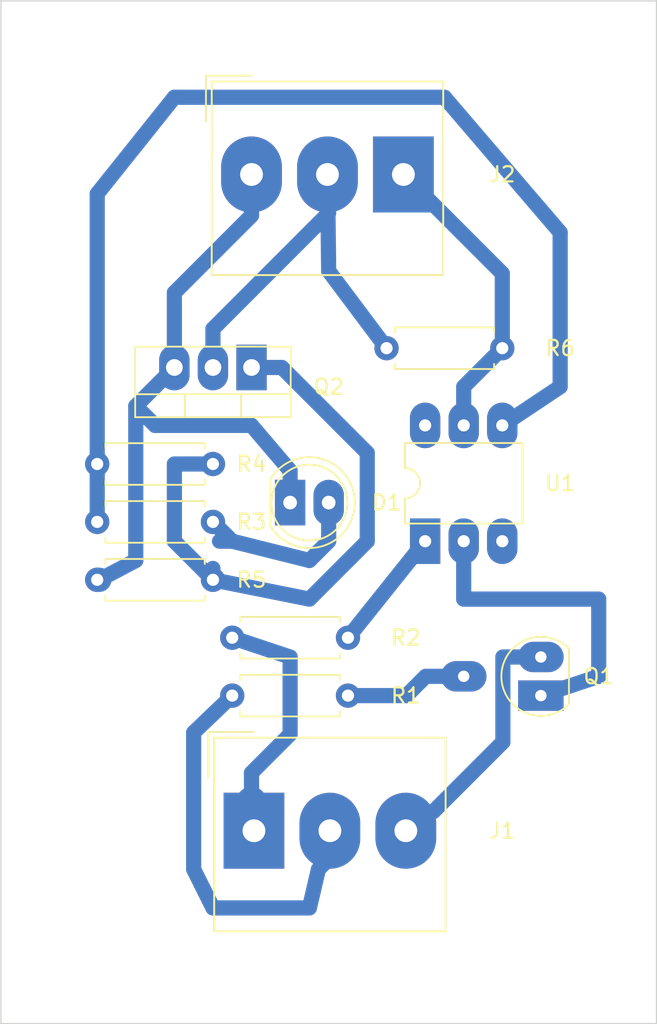
<source format=kicad_pcb>
(kicad_pcb (version 20171130) (host pcbnew "(5.1.4)-1")

  (general
    (thickness 1.6)
    (drawings 4)
    (tracks 72)
    (zones 0)
    (modules 12)
    (nets 15)
  )

  (page A4)
  (title_block
    (title "PCB - mainet-mega-5V-to-mp-10V")
    (date 2021-03-09)
    (rev v0.1)
  )

  (layers
    (0 F.Cu signal hide)
    (31 B.Cu signal hide)
    (32 B.Adhes user hide)
    (33 F.Adhes user hide)
    (34 B.Paste user hide)
    (35 F.Paste user hide)
    (36 B.SilkS user hide)
    (37 F.SilkS user)
    (38 B.Mask user hide)
    (39 F.Mask user hide)
    (40 Dwgs.User user hide)
    (41 Cmts.User user hide)
    (42 Eco1.User user hide)
    (43 Eco2.User user hide)
    (44 Edge.Cuts user)
    (45 Margin user hide)
    (46 B.CrtYd user hide)
    (47 F.CrtYd user hide)
    (48 B.Fab user hide)
    (49 F.Fab user hide)
  )

  (setup
    (last_trace_width 1)
    (trace_clearance 0.2)
    (zone_clearance 0.508)
    (zone_45_only no)
    (trace_min 1)
    (via_size 0.8)
    (via_drill 0.4)
    (via_min_size 0.4)
    (via_min_drill 0.3)
    (uvia_size 0.3)
    (uvia_drill 0.1)
    (uvias_allowed no)
    (uvia_min_size 0.2)
    (uvia_min_drill 0.1)
    (edge_width 0.1)
    (segment_width 0.2)
    (pcb_text_width 0.3)
    (pcb_text_size 1.5 1.5)
    (mod_edge_width 0.15)
    (mod_text_size 1 1)
    (mod_text_width 0.15)
    (pad_size 2 3)
    (pad_drill 0.9)
    (pad_to_mask_clearance 0)
    (aux_axis_origin 0 0)
    (visible_elements 7FFFFFFF)
    (pcbplotparams
      (layerselection 0x010fc_ffffffff)
      (usegerberextensions false)
      (usegerberattributes true)
      (usegerberadvancedattributes true)
      (creategerberjobfile true)
      (excludeedgelayer true)
      (linewidth 0.100000)
      (plotframeref false)
      (viasonmask false)
      (mode 1)
      (useauxorigin false)
      (hpglpennumber 1)
      (hpglpenspeed 20)
      (hpglpendiameter 15.000000)
      (psnegative false)
      (psa4output false)
      (plotreference true)
      (plotvalue true)
      (plotinvisibletext false)
      (padsonsilk false)
      (subtractmaskfromsilk false)
      (outputformat 1)
      (mirror false)
      (drillshape 1)
      (scaleselection 1)
      (outputdirectory ""))
  )

  (net 0 "")
  (net 1 /0V)
  (net 2 "Net-(D1-Pad2)")
  (net 3 /GNDD)
  (net 4 "Net-(J1-Pad2)")
  (net 5 /+5V)
  (net 6 "Net-(J2-Pad2)")
  (net 7 /+10V)
  (net 8 "Net-(Q1-Pad2)")
  (net 9 "Net-(Q1-Pad1)")
  (net 10 "Net-(Q2-Pad1)")
  (net 11 "Net-(R2-Pad1)")
  (net 12 "Net-(R3-Pad2)")
  (net 13 "Net-(U1-Pad3)")
  (net 14 "Net-(U1-Pad6)")

  (net_class Default "This is the default net class."
    (clearance 0.2)
    (trace_width 1)
    (via_dia 0.8)
    (via_drill 0.4)
    (uvia_dia 0.3)
    (uvia_drill 0.1)
    (diff_pair_width 1)
    (diff_pair_gap 0.25)
    (add_net /+10V)
    (add_net /+5V)
    (add_net /0V)
    (add_net /GNDD)
    (add_net "Net-(D1-Pad2)")
    (add_net "Net-(J1-Pad2)")
    (add_net "Net-(J2-Pad2)")
    (add_net "Net-(Q1-Pad1)")
    (add_net "Net-(Q1-Pad2)")
    (add_net "Net-(Q2-Pad1)")
    (add_net "Net-(R2-Pad1)")
    (add_net "Net-(R3-Pad2)")
    (add_net "Net-(U1-Pad3)")
    (add_net "Net-(U1-Pad6)")
  )

  (module Resistor_THT:R_Axial_DIN0207_L6.3mm_D2.5mm_P7.62mm_Horizontal (layer F.Cu) (tedit 5AE5139B) (tstamp 5FCDC7D2)
    (at 120.65 130.81 180)
    (descr "Resistor, Axial_DIN0207 series, Axial, Horizontal, pin pitch=7.62mm, 0.25W = 1/4W, length*diameter=6.3*2.5mm^2, http://cdn-reichelt.de/documents/datenblatt/B400/1_4W%23YAG.pdf")
    (tags "Resistor Axial_DIN0207 series Axial Horizontal pin pitch 7.62mm 0.25W = 1/4W length 6.3mm diameter 2.5mm")
    (path /5F8A74FB)
    (fp_text reference R1 (at -3.81 0) (layer F.SilkS)
      (effects (font (size 1 1) (thickness 0.15)))
    )
    (fp_text value 4,3K (at 11.43 0) (layer F.Fab)
      (effects (font (size 1 1) (thickness 0.15)))
    )
    (fp_text user %R (at 11.43 1.27) (layer F.Fab)
      (effects (font (size 1 1) (thickness 0.15)))
    )
    (fp_line (start 8.67 -1.5) (end -1.05 -1.5) (layer F.CrtYd) (width 0.05))
    (fp_line (start 8.67 1.5) (end 8.67 -1.5) (layer F.CrtYd) (width 0.05))
    (fp_line (start -1.05 1.5) (end 8.67 1.5) (layer F.CrtYd) (width 0.05))
    (fp_line (start -1.05 -1.5) (end -1.05 1.5) (layer F.CrtYd) (width 0.05))
    (fp_line (start 7.08 1.37) (end 7.08 1.04) (layer F.SilkS) (width 0.12))
    (fp_line (start 0.54 1.37) (end 7.08 1.37) (layer F.SilkS) (width 0.12))
    (fp_line (start 0.54 1.04) (end 0.54 1.37) (layer F.SilkS) (width 0.12))
    (fp_line (start 7.08 -1.37) (end 7.08 -1.04) (layer F.SilkS) (width 0.12))
    (fp_line (start 0.54 -1.37) (end 7.08 -1.37) (layer F.SilkS) (width 0.12))
    (fp_line (start 0.54 -1.04) (end 0.54 -1.37) (layer F.SilkS) (width 0.12))
    (fp_line (start 7.62 0) (end 6.96 0) (layer F.Fab) (width 0.1))
    (fp_line (start 0 0) (end 0.66 0) (layer F.Fab) (width 0.1))
    (fp_line (start 6.96 -1.25) (end 0.66 -1.25) (layer F.Fab) (width 0.1))
    (fp_line (start 6.96 1.25) (end 6.96 -1.25) (layer F.Fab) (width 0.1))
    (fp_line (start 0.66 1.25) (end 6.96 1.25) (layer F.Fab) (width 0.1))
    (fp_line (start 0.66 -1.25) (end 0.66 1.25) (layer F.Fab) (width 0.1))
    (pad 2 thru_hole oval (at 7.62 0 180) (size 1.6 1.6) (drill 0.8) (layers *.Cu *.Mask)
      (net 4 "Net-(J1-Pad2)"))
    (pad 1 thru_hole circle (at 0 0 180) (size 1.6 1.6) (drill 0.8) (layers *.Cu *.Mask)
      (net 8 "Net-(Q1-Pad2)"))
    (model ${KISYS3DMOD}/Resistor_THT.3dshapes/R_Axial_DIN0207_L6.3mm_D2.5mm_P7.62mm_Horizontal.wrl
      (at (xyz 0 0 0))
      (scale (xyz 1 1 1))
      (rotate (xyz 0 0 0))
    )
  )

  (module Resistor_THT:R_Axial_DIN0207_L6.3mm_D2.5mm_P7.62mm_Horizontal (layer F.Cu) (tedit 5AE5139B) (tstamp 5FCDC7E9)
    (at 120.65 127 180)
    (descr "Resistor, Axial_DIN0207 series, Axial, Horizontal, pin pitch=7.62mm, 0.25W = 1/4W, length*diameter=6.3*2.5mm^2, http://cdn-reichelt.de/documents/datenblatt/B400/1_4W%23YAG.pdf")
    (tags "Resistor Axial_DIN0207 series Axial Horizontal pin pitch 7.62mm 0.25W = 1/4W length 6.3mm diameter 2.5mm")
    (path /5F8A74C1)
    (fp_text reference R2 (at -3.81 0) (layer F.SilkS)
      (effects (font (size 1 1) (thickness 0.15)))
    )
    (fp_text value 330 (at 11.43 0) (layer F.Fab)
      (effects (font (size 1 1) (thickness 0.15)))
    )
    (fp_text user %R (at 11.43 1.27) (layer F.Fab)
      (effects (font (size 1 1) (thickness 0.15)))
    )
    (fp_line (start 8.67 -1.5) (end -1.05 -1.5) (layer F.CrtYd) (width 0.05))
    (fp_line (start 8.67 1.5) (end 8.67 -1.5) (layer F.CrtYd) (width 0.05))
    (fp_line (start -1.05 1.5) (end 8.67 1.5) (layer F.CrtYd) (width 0.05))
    (fp_line (start -1.05 -1.5) (end -1.05 1.5) (layer F.CrtYd) (width 0.05))
    (fp_line (start 7.08 1.37) (end 7.08 1.04) (layer F.SilkS) (width 0.12))
    (fp_line (start 0.54 1.37) (end 7.08 1.37) (layer F.SilkS) (width 0.12))
    (fp_line (start 0.54 1.04) (end 0.54 1.37) (layer F.SilkS) (width 0.12))
    (fp_line (start 7.08 -1.37) (end 7.08 -1.04) (layer F.SilkS) (width 0.12))
    (fp_line (start 0.54 -1.37) (end 7.08 -1.37) (layer F.SilkS) (width 0.12))
    (fp_line (start 0.54 -1.04) (end 0.54 -1.37) (layer F.SilkS) (width 0.12))
    (fp_line (start 7.62 0) (end 6.96 0) (layer F.Fab) (width 0.1))
    (fp_line (start 0 0) (end 0.66 0) (layer F.Fab) (width 0.1))
    (fp_line (start 6.96 -1.25) (end 0.66 -1.25) (layer F.Fab) (width 0.1))
    (fp_line (start 6.96 1.25) (end 6.96 -1.25) (layer F.Fab) (width 0.1))
    (fp_line (start 0.66 1.25) (end 6.96 1.25) (layer F.Fab) (width 0.1))
    (fp_line (start 0.66 -1.25) (end 0.66 1.25) (layer F.Fab) (width 0.1))
    (pad 2 thru_hole oval (at 7.62 0 180) (size 1.6 1.6) (drill 0.8) (layers *.Cu *.Mask)
      (net 5 /+5V))
    (pad 1 thru_hole circle (at 0 0 180) (size 1.6 1.6) (drill 0.8) (layers *.Cu *.Mask)
      (net 11 "Net-(R2-Pad1)"))
    (model ${KISYS3DMOD}/Resistor_THT.3dshapes/R_Axial_DIN0207_L6.3mm_D2.5mm_P7.62mm_Horizontal.wrl
      (at (xyz 0 0 0))
      (scale (xyz 1 1 1))
      (rotate (xyz 0 0 0))
    )
  )

  (module Resistor_THT:R_Axial_DIN0207_L6.3mm_D2.5mm_P7.62mm_Horizontal (layer F.Cu) (tedit 5AE5139B) (tstamp 5FCDC800)
    (at 111.76 119.38 180)
    (descr "Resistor, Axial_DIN0207 series, Axial, Horizontal, pin pitch=7.62mm, 0.25W = 1/4W, length*diameter=6.3*2.5mm^2, http://cdn-reichelt.de/documents/datenblatt/B400/1_4W%23YAG.pdf")
    (tags "Resistor Axial_DIN0207 series Axial Horizontal pin pitch 7.62mm 0.25W = 1/4W length 6.3mm diameter 2.5mm")
    (path /5F8A74D3)
    (fp_text reference R3 (at -2.54 0) (layer F.SilkS)
      (effects (font (size 1 1) (thickness 0.15)))
    )
    (fp_text value 2K (at 11.43 0) (layer F.Fab)
      (effects (font (size 1 1) (thickness 0.15)))
    )
    (fp_text user %R (at 11.43 1.27) (layer F.Fab)
      (effects (font (size 1 1) (thickness 0.15)))
    )
    (fp_line (start 8.67 -1.5) (end -1.05 -1.5) (layer F.CrtYd) (width 0.05))
    (fp_line (start 8.67 1.5) (end 8.67 -1.5) (layer F.CrtYd) (width 0.05))
    (fp_line (start -1.05 1.5) (end 8.67 1.5) (layer F.CrtYd) (width 0.05))
    (fp_line (start -1.05 -1.5) (end -1.05 1.5) (layer F.CrtYd) (width 0.05))
    (fp_line (start 7.08 1.37) (end 7.08 1.04) (layer F.SilkS) (width 0.12))
    (fp_line (start 0.54 1.37) (end 7.08 1.37) (layer F.SilkS) (width 0.12))
    (fp_line (start 0.54 1.04) (end 0.54 1.37) (layer F.SilkS) (width 0.12))
    (fp_line (start 7.08 -1.37) (end 7.08 -1.04) (layer F.SilkS) (width 0.12))
    (fp_line (start 0.54 -1.37) (end 7.08 -1.37) (layer F.SilkS) (width 0.12))
    (fp_line (start 0.54 -1.04) (end 0.54 -1.37) (layer F.SilkS) (width 0.12))
    (fp_line (start 7.62 0) (end 6.96 0) (layer F.Fab) (width 0.1))
    (fp_line (start 0 0) (end 0.66 0) (layer F.Fab) (width 0.1))
    (fp_line (start 6.96 -1.25) (end 0.66 -1.25) (layer F.Fab) (width 0.1))
    (fp_line (start 6.96 1.25) (end 6.96 -1.25) (layer F.Fab) (width 0.1))
    (fp_line (start 0.66 1.25) (end 6.96 1.25) (layer F.Fab) (width 0.1))
    (fp_line (start 0.66 -1.25) (end 0.66 1.25) (layer F.Fab) (width 0.1))
    (pad 2 thru_hole oval (at 7.62 0 180) (size 1.6 1.6) (drill 0.8) (layers *.Cu *.Mask)
      (net 12 "Net-(R3-Pad2)"))
    (pad 1 thru_hole circle (at 0 0 180) (size 1.6 1.6) (drill 0.8) (layers *.Cu *.Mask)
      (net 2 "Net-(D1-Pad2)"))
    (model ${KISYS3DMOD}/Resistor_THT.3dshapes/R_Axial_DIN0207_L6.3mm_D2.5mm_P7.62mm_Horizontal.wrl
      (at (xyz 0 0 0))
      (scale (xyz 1 1 1))
      (rotate (xyz 0 0 0))
    )
  )

  (module Resistor_THT:R_Axial_DIN0207_L6.3mm_D2.5mm_P7.62mm_Horizontal (layer F.Cu) (tedit 5AE5139B) (tstamp 5FCDC817)
    (at 104.14 115.57)
    (descr "Resistor, Axial_DIN0207 series, Axial, Horizontal, pin pitch=7.62mm, 0.25W = 1/4W, length*diameter=6.3*2.5mm^2, http://cdn-reichelt.de/documents/datenblatt/B400/1_4W%23YAG.pdf")
    (tags "Resistor Axial_DIN0207 series Axial Horizontal pin pitch 7.62mm 0.25W = 1/4W length 6.3mm diameter 2.5mm")
    (path /5F8A74A3)
    (fp_text reference R4 (at 10.16 0) (layer F.SilkS)
      (effects (font (size 1 1) (thickness 0.15)))
    )
    (fp_text value 1K (at -3.81 0) (layer F.Fab)
      (effects (font (size 1 1) (thickness 0.15)))
    )
    (fp_text user %R (at -3.81 -1.27) (layer F.Fab)
      (effects (font (size 1 1) (thickness 0.15)))
    )
    (fp_line (start 8.67 -1.5) (end -1.05 -1.5) (layer F.CrtYd) (width 0.05))
    (fp_line (start 8.67 1.5) (end 8.67 -1.5) (layer F.CrtYd) (width 0.05))
    (fp_line (start -1.05 1.5) (end 8.67 1.5) (layer F.CrtYd) (width 0.05))
    (fp_line (start -1.05 -1.5) (end -1.05 1.5) (layer F.CrtYd) (width 0.05))
    (fp_line (start 7.08 1.37) (end 7.08 1.04) (layer F.SilkS) (width 0.12))
    (fp_line (start 0.54 1.37) (end 7.08 1.37) (layer F.SilkS) (width 0.12))
    (fp_line (start 0.54 1.04) (end 0.54 1.37) (layer F.SilkS) (width 0.12))
    (fp_line (start 7.08 -1.37) (end 7.08 -1.04) (layer F.SilkS) (width 0.12))
    (fp_line (start 0.54 -1.37) (end 7.08 -1.37) (layer F.SilkS) (width 0.12))
    (fp_line (start 0.54 -1.04) (end 0.54 -1.37) (layer F.SilkS) (width 0.12))
    (fp_line (start 7.62 0) (end 6.96 0) (layer F.Fab) (width 0.1))
    (fp_line (start 0 0) (end 0.66 0) (layer F.Fab) (width 0.1))
    (fp_line (start 6.96 -1.25) (end 0.66 -1.25) (layer F.Fab) (width 0.1))
    (fp_line (start 6.96 1.25) (end 6.96 -1.25) (layer F.Fab) (width 0.1))
    (fp_line (start 0.66 1.25) (end 6.96 1.25) (layer F.Fab) (width 0.1))
    (fp_line (start 0.66 -1.25) (end 0.66 1.25) (layer F.Fab) (width 0.1))
    (pad 2 thru_hole oval (at 7.62 0) (size 1.6 1.6) (drill 0.8) (layers *.Cu *.Mask)
      (net 10 "Net-(Q2-Pad1)"))
    (pad 1 thru_hole circle (at 0 0) (size 1.6 1.6) (drill 0.8) (layers *.Cu *.Mask)
      (net 12 "Net-(R3-Pad2)"))
    (model ${KISYS3DMOD}/Resistor_THT.3dshapes/R_Axial_DIN0207_L6.3mm_D2.5mm_P7.62mm_Horizontal.wrl
      (at (xyz 0 0 0))
      (scale (xyz 1 1 1))
      (rotate (xyz 0 0 0))
    )
  )

  (module Resistor_THT:R_Axial_DIN0207_L6.3mm_D2.5mm_P7.62mm_Horizontal (layer F.Cu) (tedit 5AE5139B) (tstamp 5FCDC82E)
    (at 104.14 123.19)
    (descr "Resistor, Axial_DIN0207 series, Axial, Horizontal, pin pitch=7.62mm, 0.25W = 1/4W, length*diameter=6.3*2.5mm^2, http://cdn-reichelt.de/documents/datenblatt/B400/1_4W%23YAG.pdf")
    (tags "Resistor Axial_DIN0207 series Axial Horizontal pin pitch 7.62mm 0.25W = 1/4W length 6.3mm diameter 2.5mm")
    (path /5F8A7495)
    (fp_text reference R5 (at 10.16 0) (layer F.SilkS)
      (effects (font (size 1 1) (thickness 0.15)))
    )
    (fp_text value 1.5K (at -3.81 0) (layer F.Fab)
      (effects (font (size 1 1) (thickness 0.15)))
    )
    (fp_text user %R (at -3.81 -1.27) (layer F.Fab)
      (effects (font (size 1 1) (thickness 0.15)))
    )
    (fp_line (start 8.67 -1.5) (end -1.05 -1.5) (layer F.CrtYd) (width 0.05))
    (fp_line (start 8.67 1.5) (end 8.67 -1.5) (layer F.CrtYd) (width 0.05))
    (fp_line (start -1.05 1.5) (end 8.67 1.5) (layer F.CrtYd) (width 0.05))
    (fp_line (start -1.05 -1.5) (end -1.05 1.5) (layer F.CrtYd) (width 0.05))
    (fp_line (start 7.08 1.37) (end 7.08 1.04) (layer F.SilkS) (width 0.12))
    (fp_line (start 0.54 1.37) (end 7.08 1.37) (layer F.SilkS) (width 0.12))
    (fp_line (start 0.54 1.04) (end 0.54 1.37) (layer F.SilkS) (width 0.12))
    (fp_line (start 7.08 -1.37) (end 7.08 -1.04) (layer F.SilkS) (width 0.12))
    (fp_line (start 0.54 -1.37) (end 7.08 -1.37) (layer F.SilkS) (width 0.12))
    (fp_line (start 0.54 -1.04) (end 0.54 -1.37) (layer F.SilkS) (width 0.12))
    (fp_line (start 7.62 0) (end 6.96 0) (layer F.Fab) (width 0.1))
    (fp_line (start 0 0) (end 0.66 0) (layer F.Fab) (width 0.1))
    (fp_line (start 6.96 -1.25) (end 0.66 -1.25) (layer F.Fab) (width 0.1))
    (fp_line (start 6.96 1.25) (end 6.96 -1.25) (layer F.Fab) (width 0.1))
    (fp_line (start 0.66 1.25) (end 6.96 1.25) (layer F.Fab) (width 0.1))
    (fp_line (start 0.66 -1.25) (end 0.66 1.25) (layer F.Fab) (width 0.1))
    (pad 2 thru_hole oval (at 7.62 0) (size 1.6 1.6) (drill 0.8) (layers *.Cu *.Mask)
      (net 10 "Net-(Q2-Pad1)"))
    (pad 1 thru_hole circle (at 0 0) (size 1.6 1.6) (drill 0.8) (layers *.Cu *.Mask)
      (net 1 /0V))
    (model ${KISYS3DMOD}/Resistor_THT.3dshapes/R_Axial_DIN0207_L6.3mm_D2.5mm_P7.62mm_Horizontal.wrl
      (at (xyz 0 0 0))
      (scale (xyz 1 1 1))
      (rotate (xyz 0 0 0))
    )
  )

  (module Resistor_THT:R_Axial_DIN0207_L6.3mm_D2.5mm_P7.62mm_Horizontal (layer F.Cu) (tedit 5AE5139B) (tstamp 5FCDC845)
    (at 130.81 107.95 180)
    (descr "Resistor, Axial_DIN0207 series, Axial, Horizontal, pin pitch=7.62mm, 0.25W = 1/4W, length*diameter=6.3*2.5mm^2, http://cdn-reichelt.de/documents/datenblatt/B400/1_4W%23YAG.pdf")
    (tags "Resistor Axial_DIN0207 series Axial Horizontal pin pitch 7.62mm 0.25W = 1/4W length 6.3mm diameter 2.5mm")
    (path /5F8A7510)
    (fp_text reference R6 (at -3.81 0) (layer F.SilkS)
      (effects (font (size 1 1) (thickness 0.15)))
    )
    (fp_text value 20k (at -6.35 0) (layer F.Fab)
      (effects (font (size 1 1) (thickness 0.15)))
    )
    (fp_text user %R (at -6.35 1.27) (layer F.Fab)
      (effects (font (size 1 1) (thickness 0.15)))
    )
    (fp_line (start 8.67 -1.5) (end -1.05 -1.5) (layer F.CrtYd) (width 0.05))
    (fp_line (start 8.67 1.5) (end 8.67 -1.5) (layer F.CrtYd) (width 0.05))
    (fp_line (start -1.05 1.5) (end 8.67 1.5) (layer F.CrtYd) (width 0.05))
    (fp_line (start -1.05 -1.5) (end -1.05 1.5) (layer F.CrtYd) (width 0.05))
    (fp_line (start 7.08 1.37) (end 7.08 1.04) (layer F.SilkS) (width 0.12))
    (fp_line (start 0.54 1.37) (end 7.08 1.37) (layer F.SilkS) (width 0.12))
    (fp_line (start 0.54 1.04) (end 0.54 1.37) (layer F.SilkS) (width 0.12))
    (fp_line (start 7.08 -1.37) (end 7.08 -1.04) (layer F.SilkS) (width 0.12))
    (fp_line (start 0.54 -1.37) (end 7.08 -1.37) (layer F.SilkS) (width 0.12))
    (fp_line (start 0.54 -1.04) (end 0.54 -1.37) (layer F.SilkS) (width 0.12))
    (fp_line (start 7.62 0) (end 6.96 0) (layer F.Fab) (width 0.1))
    (fp_line (start 0 0) (end 0.66 0) (layer F.Fab) (width 0.1))
    (fp_line (start 6.96 -1.25) (end 0.66 -1.25) (layer F.Fab) (width 0.1))
    (fp_line (start 6.96 1.25) (end 6.96 -1.25) (layer F.Fab) (width 0.1))
    (fp_line (start 0.66 1.25) (end 6.96 1.25) (layer F.Fab) (width 0.1))
    (fp_line (start 0.66 -1.25) (end 0.66 1.25) (layer F.Fab) (width 0.1))
    (pad 2 thru_hole oval (at 7.62 0 180) (size 1.6 1.6) (drill 0.8) (layers *.Cu *.Mask)
      (net 6 "Net-(J2-Pad2)"))
    (pad 1 thru_hole circle (at 0 0 180) (size 1.6 1.6) (drill 0.8) (layers *.Cu *.Mask)
      (net 7 /+10V))
    (model ${KISYS3DMOD}/Resistor_THT.3dshapes/R_Axial_DIN0207_L6.3mm_D2.5mm_P7.62mm_Horizontal.wrl
      (at (xyz 0 0 0))
      (scale (xyz 1 1 1))
      (rotate (xyz 0 0 0))
    )
  )

  (module Package_TO_SOT_THT:TO-92_Inline (layer F.Cu) (tedit 60478B01) (tstamp 601ABC33)
    (at 133.35 130.81 90)
    (descr "TO-92 leads in-line, narrow, oval pads, drill 0.75mm (see NXP sot054_po.pdf)")
    (tags "to-92 sc-43 sc-43a sot54 PA33 transistor")
    (path /5F896199)
    (fp_text reference Q1 (at 1.27 3.81) (layer F.SilkS)
      (effects (font (size 1 1) (thickness 0.15)))
    )
    (fp_text value 2N3906 (at 3.81 -3.81 180) (layer F.Fab)
      (effects (font (size 1 1) (thickness 0.15)))
    )
    (fp_line (start 4 2.01) (end -1.46 2.01) (layer F.CrtYd) (width 0.05))
    (fp_line (start 4 2.01) (end 4 -2.73) (layer F.CrtYd) (width 0.05))
    (fp_line (start -1.46 -2.73) (end -1.46 2.01) (layer F.CrtYd) (width 0.05))
    (fp_line (start -1.46 -2.73) (end 4 -2.73) (layer F.CrtYd) (width 0.05))
    (fp_line (start -0.5 1.75) (end 3 1.75) (layer F.Fab) (width 0.1))
    (fp_line (start -0.53 1.85) (end 3.07 1.85) (layer F.SilkS) (width 0.12))
    (fp_text user %R (at 6.35 -3.81 180) (layer F.Fab)
      (effects (font (size 1 1) (thickness 0.15)))
    )
    (fp_arc (start 1.27 0) (end 1.27 -2.48) (angle 135) (layer F.Fab) (width 0.1))
    (fp_arc (start 1.27 0) (end 1.27 -2.6) (angle -135) (layer F.SilkS) (width 0.12))
    (fp_arc (start 1.27 0) (end 1.27 -2.48) (angle -135) (layer F.Fab) (width 0.1))
    (fp_arc (start 1.27 0) (end 1.27 -2.6) (angle 135) (layer F.SilkS) (width 0.12))
    (pad 2 thru_hole oval (at 1.27 -5.08 90) (size 2 3) (drill 0.75) (layers *.Cu *.Mask)
      (net 8 "Net-(Q1-Pad2)"))
    (pad 3 thru_hole oval (at 2.54 0 90) (size 2 3) (drill 0.75) (layers *.Cu *.Mask)
      (net 3 /GNDD))
    (pad 1 thru_hole rect (at 0 0 90) (size 2 3) (drill 0.75) (layers *.Cu *.Mask)
      (net 9 "Net-(Q1-Pad1)"))
    (model ${KISYS3DMOD}/Package_TO_SOT_THT.3dshapes/TO-92_Inline.wrl
      (at (xyz 0 0 0))
      (scale (xyz 1 1 1))
      (rotate (xyz 0 0 0))
    )
  )

  (module LED_THT:LED_D5.0mm (layer F.Cu) (tedit 60479339) (tstamp 5FCDC759)
    (at 116.84 118.11)
    (descr "LED, diameter 5.0mm, 2 pins, http://cdn-reichelt.de/documents/datenblatt/A500/LL-504BC2E-009.pdf")
    (tags "LED diameter 5.0mm 2 pins")
    (path /5F8A74B5)
    (fp_text reference D1 (at 6.35 0) (layer F.SilkS)
      (effects (font (size 1 1) (thickness 0.15)))
    )
    (fp_text value LED (at 1.27 3.96) (layer F.Fab)
      (effects (font (size 1 1) (thickness 0.15)))
    )
    (fp_line (start 4.5 -3.25) (end -1.95 -3.25) (layer F.CrtYd) (width 0.05))
    (fp_line (start 4.5 3.25) (end 4.5 -3.25) (layer F.CrtYd) (width 0.05))
    (fp_line (start -1.95 3.25) (end 4.5 3.25) (layer F.CrtYd) (width 0.05))
    (fp_line (start -1.95 -3.25) (end -1.95 3.25) (layer F.CrtYd) (width 0.05))
    (fp_line (start -1.29 -1.545) (end -1.29 1.545) (layer F.SilkS) (width 0.12))
    (fp_line (start -1.23 -1.469694) (end -1.23 1.469694) (layer F.Fab) (width 0.1))
    (fp_circle (center 1.27 0) (end 3.77 0) (layer F.SilkS) (width 0.12))
    (fp_circle (center 1.27 0) (end 3.77 0) (layer F.Fab) (width 0.1))
    (fp_arc (start 1.27 0) (end -1.23 -1.469694) (angle 299.1) (layer F.Fab) (width 0.1))
    (fp_arc (start 1.27 0) (end -1.29 -1.54483) (angle 148.9) (layer F.SilkS) (width 0.12))
    (fp_arc (start 1.27 0) (end -1.29 1.54483) (angle -148.9) (layer F.SilkS) (width 0.12))
    (fp_text user %R (at 1.27 -3.81) (layer F.Fab)
      (effects (font (size 0.8 0.8) (thickness 0.2)))
    )
    (pad 1 thru_hole rect (at 0 0) (size 2 3) (drill 0.9) (layers *.Cu *.Mask)
      (net 1 /0V))
    (pad 2 thru_hole oval (at 2.54 0) (size 2 3) (drill 0.9) (layers *.Cu *.Mask)
      (net 2 "Net-(D1-Pad2)"))
    (model ${KISYS3DMOD}/LED_THT.3dshapes/LED_D5.0mm.wrl
      (at (xyz 0 0 0))
      (scale (xyz 1 1 1))
      (rotate (xyz 0 0 0))
    )
  )

  (module TerminalBlock_Altech:Altech_AK300_1x03_P5.00mm_45-Degree (layer F.Cu) (tedit 601AAE15) (tstamp 6047C49A)
    (at 114.46 139.7)
    (descr "Altech AK300 serie terminal block (Script generated with StandardBox.py) (http://www.altechcorp.com/PDFS/PCBMETRC.PDF)")
    (tags "Altech AK300 serie connector")
    (path /5F9A2D91)
    (fp_text reference J1 (at 16.35 0) (layer F.SilkS)
      (effects (font (size 1 1) (thickness 0.15)))
    )
    (fp_text value Screw_Terminal_01x03 (at 5 7.5) (layer F.Fab) hide
      (effects (font (size 1 1) (thickness 0.15)))
    )
    (fp_text user %R (at 15.24 0) (layer F.Fab)
      (effects (font (size 1 1) (thickness 0.15)))
    )
    (fp_line (start -2 -6) (end 12.5 -6) (layer F.Fab) (width 0.1))
    (fp_line (start 12.5 -6) (end 12.5 6.5) (layer F.Fab) (width 0.1))
    (fp_line (start 12.5 6.5) (end -2.5 6.5) (layer F.Fab) (width 0.1))
    (fp_line (start -2.5 6.5) (end -2.5 -5.5) (layer F.Fab) (width 0.1))
    (fp_line (start -2.5 -5.5) (end -2 -6) (layer F.Fab) (width 0.1))
    (fp_line (start -3 -3.5) (end -3 -6.5) (layer F.SilkS) (width 0.12))
    (fp_line (start -3 -6.5) (end 0 -6.5) (layer F.SilkS) (width 0.12))
    (fp_line (start -2.62 -6.12) (end 12.62 -6.12) (layer F.SilkS) (width 0.12))
    (fp_line (start 12.62 -6.12) (end 12.62 6.62) (layer F.SilkS) (width 0.12))
    (fp_line (start -2.62 6.62) (end 12.62 6.62) (layer F.SilkS) (width 0.12))
    (fp_line (start -2.62 -6.12) (end -2.62 6.62) (layer F.SilkS) (width 0.12))
    (fp_line (start -2.62 -6.12) (end 12.62 -6.12) (layer F.SilkS) (width 0.12))
    (fp_line (start 12.62 -6.12) (end 12.62 6.62) (layer F.SilkS) (width 0.12))
    (fp_line (start -2.62 6.62) (end 12.62 6.62) (layer F.SilkS) (width 0.12))
    (fp_line (start -2.62 -6.12) (end -2.62 6.62) (layer F.SilkS) (width 0.12))
    (fp_line (start -2.75 -6.25) (end 12.75 -6.25) (layer F.CrtYd) (width 0.05))
    (fp_line (start 12.75 -6.25) (end 12.75 6.75) (layer F.CrtYd) (width 0.05))
    (fp_line (start -2.75 6.75) (end 12.75 6.75) (layer F.CrtYd) (width 0.05))
    (fp_line (start -2.75 -6.25) (end -2.75 6.75) (layer F.CrtYd) (width 0.05))
    (pad 3 thru_hole oval (at 10 0) (size 4 5) (drill 1.5) (layers *.Cu *.Mask)
      (net 3 /GNDD))
    (pad 2 thru_hole oval (at 5 0) (size 4 5) (drill 1.5) (layers *.Cu *.Mask)
      (net 4 "Net-(J1-Pad2)"))
    (pad 1 thru_hole rect (at 0 0) (size 4 5) (drill 1.5) (layers *.Cu *.Mask)
      (net 5 /+5V))
    (model ${KISYS3DMOD}/TerminalBlock_Altech.3dshapes/Altech_AK300_1x03_P5.00mm_45-Degree.wrl
      (at (xyz 0 0 0))
      (scale (xyz 1 1 1))
      (rotate (xyz 0 0 0))
    )
  )

  (module TerminalBlock_Altech:Altech_AK300_1x03_P5.00mm_45-Degree (layer F.Cu) (tedit 60479273) (tstamp 5FCDC78F)
    (at 114.3 96.52)
    (descr "Altech AK300 serie terminal block (Script generated with StandardBox.py) (http://www.altechcorp.com/PDFS/PCBMETRC.PDF)")
    (tags "Altech AK300 serie connector")
    (path /5F8A74E2)
    (fp_text reference J2 (at 16.51 0) (layer F.SilkS)
      (effects (font (size 1 1) (thickness 0.15)))
    )
    (fp_text value Screw_Terminal_01x03 (at 5 7.5) (layer F.Fab) hide
      (effects (font (size 1 1) (thickness 0.15)))
    )
    (fp_line (start -2.75 -6.25) (end -2.75 6.75) (layer F.CrtYd) (width 0.05))
    (fp_line (start -2.75 6.75) (end 12.75 6.75) (layer F.CrtYd) (width 0.05))
    (fp_line (start 12.75 -6.25) (end 12.75 6.75) (layer F.CrtYd) (width 0.05))
    (fp_line (start -2.75 -6.25) (end 12.75 -6.25) (layer F.CrtYd) (width 0.05))
    (fp_line (start -2.62 -6.12) (end -2.62 6.62) (layer F.SilkS) (width 0.12))
    (fp_line (start -2.62 6.62) (end 12.62 6.62) (layer F.SilkS) (width 0.12))
    (fp_line (start 12.62 -6.12) (end 12.62 6.62) (layer F.SilkS) (width 0.12))
    (fp_line (start -2.62 -6.12) (end 12.62 -6.12) (layer F.SilkS) (width 0.12))
    (fp_line (start -2.62 -6.12) (end -2.62 6.62) (layer F.SilkS) (width 0.12))
    (fp_line (start -2.62 6.62) (end 12.62 6.62) (layer F.SilkS) (width 0.12))
    (fp_line (start 12.62 -6.12) (end 12.62 6.62) (layer F.SilkS) (width 0.12))
    (fp_line (start -2.62 -6.12) (end 12.62 -6.12) (layer F.SilkS) (width 0.12))
    (fp_line (start -3 -6.5) (end 0 -6.5) (layer F.SilkS) (width 0.12))
    (fp_line (start -3 -3.5) (end -3 -6.5) (layer F.SilkS) (width 0.12))
    (fp_line (start -2.5 -5.5) (end -2 -6) (layer F.Fab) (width 0.1))
    (fp_line (start -2.5 6.5) (end -2.5 -5.5) (layer F.Fab) (width 0.1))
    (fp_line (start 12.5 6.5) (end -2.5 6.5) (layer F.Fab) (width 0.1))
    (fp_line (start 12.5 -6) (end 12.5 6.5) (layer F.Fab) (width 0.1))
    (fp_line (start -2 -6) (end 12.5 -6) (layer F.Fab) (width 0.1))
    (fp_text user %R (at 13.97 0) (layer F.Fab)
      (effects (font (size 1 1) (thickness 0.15)))
    )
    (pad 1 thru_hole oval (at 0 0) (size 4 5) (drill 1.5) (layers *.Cu *.Mask)
      (net 1 /0V))
    (pad 2 thru_hole oval (at 5 0) (size 4 5) (drill 1.5) (layers *.Cu *.Mask)
      (net 6 "Net-(J2-Pad2)"))
    (pad 3 thru_hole rect (at 10 0) (size 4 5) (drill 1.5) (layers *.Cu *.Mask)
      (net 7 /+10V))
    (model ${KISYS3DMOD}/TerminalBlock_Altech.3dshapes/Altech_AK300_1x03_P5.00mm_45-Degree.wrl
      (at (xyz 0 0 0))
      (scale (xyz 1 1 1))
      (rotate (xyz 0 0 0))
    )
  )

  (module Package_TO_SOT_THT:TO-220-3_Vertical (layer F.Cu) (tedit 601AADB3) (tstamp 5FCDC7BB)
    (at 114.3 109.22 180)
    (descr "TO-220-3, Vertical, RM 2.54mm, see https://www.vishay.com/docs/66542/to-220-1.pdf")
    (tags "TO-220-3 Vertical RM 2.54mm")
    (path /5F8A7489)
    (fp_text reference Q2 (at -5.08 -1.27) (layer F.SilkS)
      (effects (font (size 1 1) (thickness 0.15)))
    )
    (fp_text value BUK9518-55 (at 2.54 2.5) (layer F.Fab)
      (effects (font (size 1 1) (thickness 0.15)))
    )
    (fp_line (start 7.79 -3.4) (end -2.71 -3.4) (layer F.CrtYd) (width 0.05))
    (fp_line (start 7.79 1.51) (end 7.79 -3.4) (layer F.CrtYd) (width 0.05))
    (fp_line (start -2.71 1.51) (end 7.79 1.51) (layer F.CrtYd) (width 0.05))
    (fp_line (start -2.71 -3.4) (end -2.71 1.51) (layer F.CrtYd) (width 0.05))
    (fp_line (start 4.391 -3.27) (end 4.391 -1.76) (layer F.SilkS) (width 0.12))
    (fp_line (start 0.69 -3.27) (end 0.69 -1.76) (layer F.SilkS) (width 0.12))
    (fp_line (start -2.58 -1.76) (end 7.66 -1.76) (layer F.SilkS) (width 0.12))
    (fp_line (start 7.66 -3.27) (end 7.66 1.371) (layer F.SilkS) (width 0.12))
    (fp_line (start -2.58 -3.27) (end -2.58 1.371) (layer F.SilkS) (width 0.12))
    (fp_line (start -2.58 1.371) (end 7.66 1.371) (layer F.SilkS) (width 0.12))
    (fp_line (start -2.58 -3.27) (end 7.66 -3.27) (layer F.SilkS) (width 0.12))
    (fp_line (start 4.39 -3.15) (end 4.39 -1.88) (layer F.Fab) (width 0.1))
    (fp_line (start 0.69 -3.15) (end 0.69 -1.88) (layer F.Fab) (width 0.1))
    (fp_line (start -2.46 -1.88) (end 7.54 -1.88) (layer F.Fab) (width 0.1))
    (fp_line (start 7.54 -3.15) (end -2.46 -3.15) (layer F.Fab) (width 0.1))
    (fp_line (start 7.54 1.25) (end 7.54 -3.15) (layer F.Fab) (width 0.1))
    (fp_line (start -2.46 1.25) (end 7.54 1.25) (layer F.Fab) (width 0.1))
    (fp_line (start -2.46 -3.15) (end -2.46 1.25) (layer F.Fab) (width 0.1))
    (fp_text user %R (at 7.62 3.81) (layer F.Fab)
      (effects (font (size 1 1) (thickness 0.15)))
    )
    (pad 1 thru_hole rect (at 0 0 180) (size 2 3) (drill 1.1) (layers *.Cu *.Mask)
      (net 10 "Net-(Q2-Pad1)"))
    (pad 2 thru_hole oval (at 2.54 0 180) (size 2 3) (drill 1.1) (layers *.Cu *.Mask)
      (net 6 "Net-(J2-Pad2)"))
    (pad 3 thru_hole oval (at 5.08 0 180) (size 2 3) (drill 1.1) (layers *.Cu *.Mask)
      (net 1 /0V))
    (model ${KISYS3DMOD}/Package_TO_SOT_THT.3dshapes/TO-220-3_Vertical.wrl
      (at (xyz 0 0 0))
      (scale (xyz 1 1 1))
      (rotate (xyz 0 0 0))
    )
  )

  (module Package_DIP:DIP-6_W7.62mm (layer F.Cu) (tedit 60198AB5) (tstamp 5FCDC85F)
    (at 125.73 120.65 90)
    (descr "6-lead though-hole mounted DIP package, row spacing 7.62 mm (300 mils)")
    (tags "THT DIP DIL PDIP 2.54mm 7.62mm 300mil")
    (path /5F8A748F)
    (fp_text reference U1 (at 3.81 8.89) (layer F.SilkS)
      (effects (font (size 1 1) (thickness 0.15)))
    )
    (fp_text value 4N38 (at 2.54 8.89 180) (layer F.Fab)
      (effects (font (size 1 1) (thickness 0.15)))
    )
    (fp_line (start 8.7 -1.55) (end -1.1 -1.55) (layer F.CrtYd) (width 0.05))
    (fp_line (start 8.7 6.6) (end 8.7 -1.55) (layer F.CrtYd) (width 0.05))
    (fp_line (start -1.1 6.6) (end 8.7 6.6) (layer F.CrtYd) (width 0.05))
    (fp_line (start -1.1 -1.55) (end -1.1 6.6) (layer F.CrtYd) (width 0.05))
    (fp_line (start 6.46 -1.33) (end 4.81 -1.33) (layer F.SilkS) (width 0.12))
    (fp_line (start 6.46 6.41) (end 6.46 -1.33) (layer F.SilkS) (width 0.12))
    (fp_line (start 1.16 6.41) (end 6.46 6.41) (layer F.SilkS) (width 0.12))
    (fp_line (start 1.16 -1.33) (end 1.16 6.41) (layer F.SilkS) (width 0.12))
    (fp_line (start 2.81 -1.33) (end 1.16 -1.33) (layer F.SilkS) (width 0.12))
    (fp_line (start 0.635 -0.27) (end 1.635 -1.27) (layer F.Fab) (width 0.1))
    (fp_line (start 0.635 6.35) (end 0.635 -0.27) (layer F.Fab) (width 0.1))
    (fp_line (start 6.985 6.35) (end 0.635 6.35) (layer F.Fab) (width 0.1))
    (fp_line (start 6.985 -1.27) (end 6.985 6.35) (layer F.Fab) (width 0.1))
    (fp_line (start 1.635 -1.27) (end 6.985 -1.27) (layer F.Fab) (width 0.1))
    (fp_arc (start 3.81 -1.33) (end 2.81 -1.33) (angle -180) (layer F.SilkS) (width 0.12))
    (fp_text user %R (at 5.08 8.89 180) (layer F.Fab)
      (effects (font (size 1 1) (thickness 0.15)))
    )
    (pad 1 thru_hole rect (at 0 0 90) (size 3 2) (drill 0.8) (layers *.Cu *.Mask)
      (net 11 "Net-(R2-Pad1)"))
    (pad 4 thru_hole oval (at 7.62 5.08 90) (size 3 2) (drill 0.8) (layers *.Cu *.Mask)
      (net 12 "Net-(R3-Pad2)"))
    (pad 2 thru_hole oval (at 0 2.54 90) (size 3 2) (drill 0.8) (layers *.Cu *.Mask)
      (net 9 "Net-(Q1-Pad1)"))
    (pad 5 thru_hole oval (at 7.62 2.54 90) (size 3 2) (drill 0.8) (layers *.Cu *.Mask)
      (net 7 /+10V))
    (pad 3 thru_hole oval (at 0 5.08 90) (size 3 2) (drill 0.8) (layers *.Cu *.Mask)
      (net 13 "Net-(U1-Pad3)"))
    (pad 6 thru_hole oval (at 7.62 0 90) (size 3 2) (drill 0.8) (layers *.Cu *.Mask)
      (net 14 "Net-(U1-Pad6)"))
    (model ${KISYS3DMOD}/Package_DIP.3dshapes/DIP-6_W7.62mm.wrl
      (at (xyz 0 0 0))
      (scale (xyz 1 1 1))
      (rotate (xyz 0 0 0))
    )
  )

  (gr_line (start 97.79 152.4) (end 97.79 85.09) (layer Edge.Cuts) (width 0.1) (tstamp 601ACEB8))
  (gr_line (start 140.97 152.4) (end 97.79 152.4) (layer Edge.Cuts) (width 0.1))
  (gr_line (start 140.97 85.09) (end 140.97 152.4) (layer Edge.Cuts) (width 0.1))
  (gr_line (start 97.79 85.09) (end 140.97 85.09) (layer Edge.Cuts) (width 0.1))

  (segment (start 106.68 111.76) (end 106.68 121.92) (width 1) (layer B.Cu) (net 1))
  (segment (start 106.68 121.92) (end 104.275 123.19) (width 1) (layer B.Cu) (net 1))
  (segment (start 116.84 118.11) (end 116.84 116.01) (width 1) (layer B.Cu) (net 1))
  (segment (start 116.84 116.01) (end 114.3 113.03) (width 1) (layer B.Cu) (net 1))
  (segment (start 114.3 113.03) (end 107.95 113.03) (width 1) (layer B.Cu) (net 1))
  (segment (start 107.95 113.03) (end 106.68 111.76) (width 1) (layer B.Cu) (net 1))
  (segment (start 104.275 123.19) (end 104.14 123.19) (width 1.5998) (layer B.Cu) (net 1))
  (segment (start 114.3 96.52) (end 114.3 99.2203) (width 1) (layer B.Cu) (net 1))
  (segment (start 114.3 99.2203) (end 109.22 104.3) (width 1) (layer B.Cu) (net 1))
  (segment (start 109.22 104.3) (end 109.22 109.22) (width 1) (layer B.Cu) (net 1))
  (segment (start 109.22 109.722) (end 109.22 109.22) (width 2) (layer B.Cu) (net 1))
  (segment (start 109.22 109.22) (end 106.68 111.76) (width 1) (layer B.Cu) (net 1))
  (segment (start 111.76 119.38) (end 113.03 120.65) (width 1) (layer B.Cu) (net 2))
  (segment (start 112.194 120.65) (end 113.03 120.65) (width 1) (layer B.Cu) (net 2))
  (segment (start 119.38 120.65) (end 119.38 118.11) (width 1) (layer B.Cu) (net 2))
  (segment (start 113.03 120.65) (end 118.11 121.92) (width 1) (layer B.Cu) (net 2))
  (segment (start 118.11 121.92) (end 119.38 120.65) (width 1) (layer B.Cu) (net 2))
  (segment (start 125.2925 139.065) (end 125.095 139.065) (width 1) (layer B.Cu) (net 3))
  (segment (start 125.095 139.065) (end 124.46 139.7) (width 1) (layer B.Cu) (net 3))
  (segment (start 125.2925 139.065) (end 124.3 139.7) (width 1) (layer B.Cu) (net 3))
  (segment (start 133.35 128.27) (end 130.85 128.27) (width 1) (layer B.Cu) (net 3))
  (segment (start 130.85 128.27) (end 130.85 133.865) (width 1) (layer B.Cu) (net 3))
  (segment (start 130.85 133.865) (end 126.285 138.43) (width 1) (layer B.Cu) (net 3))
  (segment (start 126.285 138.43) (end 125.2925 139.065) (width 1) (layer B.Cu) (net 3))
  (segment (start 118.705 142.24) (end 119.46 141.485) (width 1) (layer B.Cu) (net 4))
  (segment (start 119.46 141.485) (end 119.46 139.7) (width 1) (layer B.Cu) (net 4))
  (segment (start 113.03 130.81) (end 110.49 133.241) (width 1) (layer B.Cu) (net 4))
  (segment (start 110.49 133.241) (end 110.49 142.24) (width 1) (layer B.Cu) (net 4))
  (segment (start 110.49 142.24) (end 111.76 144.78) (width 1) (layer B.Cu) (net 4))
  (segment (start 111.76 144.78) (end 118.11 144.78) (width 1) (layer B.Cu) (net 4))
  (segment (start 118.11 144.78) (end 118.705 142.24) (width 1) (layer B.Cu) (net 4))
  (segment (start 114.3 137.795) (end 114.46 137.955) (width 1) (layer B.Cu) (net 5))
  (segment (start 114.46 137.955) (end 114.46 139.7) (width 1) (layer B.Cu) (net 5))
  (segment (start 114.3 137.795) (end 114.3 139.7) (width 2) (layer B.Cu) (net 5))
  (segment (start 114.3 135.89) (end 114.3 137.795) (width 1) (layer B.Cu) (net 5))
  (segment (start 116.84 133.35) (end 114.3 135.89) (width 1) (layer B.Cu) (net 5))
  (segment (start 113.03 127) (end 116.84 128.27) (width 1) (layer B.Cu) (net 5))
  (segment (start 116.84 128.27) (end 116.84 133.35) (width 1) (layer B.Cu) (net 5))
  (segment (start 123.19 107.95) (end 119.38 102.87) (width 1) (layer B.Cu) (net 6))
  (segment (start 118.11 97.71) (end 119.3 96.52) (width 1) (layer B.Cu) (net 6))
  (segment (start 119.38 102.87) (end 119.3 96.52) (width 1) (layer B.Cu) (net 6))
  (segment (start 111.76 106.68) (end 111.76 109.22) (width 1) (layer B.Cu) (net 6))
  (segment (start 119.38 99.06) (end 111.76 106.68) (width 1) (layer B.Cu) (net 6))
  (segment (start 130.81 107.95) (end 130.81 103.03) (width 1) (layer B.Cu) (net 7))
  (segment (start 130.81 103.03) (end 124.3 96.52) (width 1) (layer B.Cu) (net 7))
  (segment (start 128.27 113.03) (end 128.27 110.49) (width 1) (layer B.Cu) (net 7))
  (segment (start 128.27 110.49) (end 130.81 107.95) (width 1) (layer B.Cu) (net 7))
  (segment (start 120.65 130.81) (end 124.5 130.81) (width 1) (layer B.Cu) (net 8))
  (segment (start 124.5 130.81) (end 125.77 129.54) (width 1) (layer B.Cu) (net 8))
  (segment (start 125.77 129.54) (end 128.27 129.54) (width 1) (layer B.Cu) (net 8))
  (segment (start 137.16 129.54) (end 133.35 130.81) (width 1) (layer B.Cu) (net 9))
  (segment (start 137.16 124.46) (end 137.16 129.54) (width 1) (layer B.Cu) (net 9))
  (segment (start 128.27 120.65) (end 128.27 124.46) (width 1) (layer B.Cu) (net 9))
  (segment (start 128.27 124.46) (end 137.16 124.46) (width 1) (layer B.Cu) (net 9))
  (segment (start 111.76 123.19) (end 111.76 122.44) (width 1) (layer B.Cu) (net 10))
  (segment (start 111.76 123.19) (end 109.22 120.65) (width 1) (layer B.Cu) (net 10))
  (segment (start 109.22 120.65) (end 109.22 115.57) (width 1) (layer B.Cu) (net 10))
  (segment (start 109.22 115.57) (end 111.76 115.57) (width 1) (layer B.Cu) (net 10))
  (segment (start 116.3 109.22) (end 114.3 109.22) (width 1) (layer B.Cu) (net 10))
  (segment (start 121.92 114.84) (end 116.3 109.22) (width 1) (layer B.Cu) (net 10))
  (segment (start 121.92 120.65) (end 121.92 114.84) (width 1) (layer B.Cu) (net 10))
  (segment (start 111.76 123.19) (end 118.11 124.46) (width 1) (layer B.Cu) (net 10))
  (segment (start 118.11 124.46) (end 121.92 120.65) (width 1) (layer B.Cu) (net 10))
  (segment (start 125.73 120.65) (end 120.65 127) (width 1) (layer B.Cu) (net 11))
  (segment (start 104.14 115.57) (end 104.14 119.38) (width 1) (layer B.Cu) (net 12))
  (segment (start 109.22 91.44) (end 104.14 97.79) (width 1) (layer B.Cu) (net 12))
  (segment (start 104.14 97.79) (end 104.14 115.57) (width 1) (layer B.Cu) (net 12))
  (segment (start 130.81 113.03) (end 134.62 110.49) (width 1) (layer B.Cu) (net 12))
  (segment (start 134.62 110.49) (end 134.62 100.33) (width 1) (layer B.Cu) (net 12))
  (segment (start 134.62 100.33) (end 127 91.44) (width 1) (layer B.Cu) (net 12))
  (segment (start 127 91.44) (end 109.707 91.44) (width 1) (layer B.Cu) (net 12))
  (segment (start 109.707 91.44) (end 109.22 91.44) (width 1) (layer B.Cu) (net 12))

)

</source>
